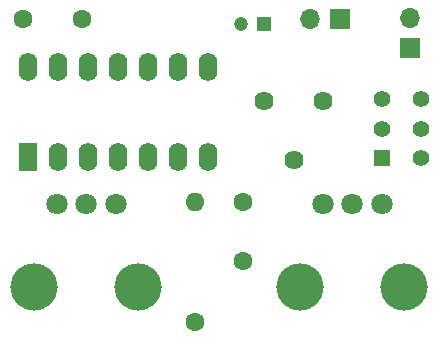
<source format=gbr>
%TF.GenerationSoftware,KiCad,Pcbnew,(6.0.5)*%
%TF.CreationDate,2023-09-02T14:46:17+01:00*%
%TF.ProjectId,AtariPunkConsole,41746172-6950-4756-9e6b-436f6e736f6c,rev?*%
%TF.SameCoordinates,Original*%
%TF.FileFunction,Soldermask,Top*%
%TF.FilePolarity,Negative*%
%FSLAX46Y46*%
G04 Gerber Fmt 4.6, Leading zero omitted, Abs format (unit mm)*
G04 Created by KiCad (PCBNEW (6.0.5)) date 2023-09-02 14:46:17*
%MOMM*%
%LPD*%
G01*
G04 APERTURE LIST*
%ADD10C,4.000000*%
%ADD11C,1.800000*%
%ADD12R,1.400000X1.400000*%
%ADD13C,1.400000*%
%ADD14R,1.600000X2.400000*%
%ADD15O,1.600000X2.400000*%
%ADD16R,1.700000X1.700000*%
%ADD17O,1.700000X1.700000*%
%ADD18C,1.600000*%
%ADD19O,1.600000X1.600000*%
%ADD20C,1.620000*%
%ADD21R,1.200000X1.200000*%
%ADD22C,1.200000*%
G04 APERTURE END LIST*
D10*
%TO.C,RV2*%
X153070000Y-114740000D03*
X144270000Y-114740000D03*
D11*
X146170000Y-107740000D03*
X148670000Y-107740000D03*
X151170000Y-107740000D03*
%TD*%
D12*
%TO.C,S1*%
X151160000Y-103877500D03*
D13*
X151160000Y-101377500D03*
X151160000Y-98877500D03*
X154460000Y-103877500D03*
X154460000Y-101377500D03*
X154460000Y-98877500D03*
%TD*%
D14*
%TO.C,U1*%
X121215000Y-103775000D03*
D15*
X123755000Y-103775000D03*
X126295000Y-103775000D03*
X128835000Y-103775000D03*
X131375000Y-103775000D03*
X133915000Y-103775000D03*
X136455000Y-103775000D03*
X136455000Y-96155000D03*
X133915000Y-96155000D03*
X131375000Y-96155000D03*
X128835000Y-96155000D03*
X126295000Y-96155000D03*
X123755000Y-96155000D03*
X121215000Y-96155000D03*
%TD*%
D16*
%TO.C,BT1*%
X153600000Y-94505000D03*
D17*
X153600000Y-91965000D03*
%TD*%
D18*
%TO.C,R2*%
X135390000Y-117770000D03*
D19*
X135390000Y-107610000D03*
%TD*%
D20*
%TO.C,RV3*%
X141240000Y-99010000D03*
X143740000Y-104010000D03*
X146240000Y-99010000D03*
%TD*%
D16*
%TO.C,LS1*%
X147665000Y-92100000D03*
D17*
X145125000Y-92100000D03*
%TD*%
D18*
%TO.C,C2*%
X120820000Y-92050000D03*
X125820000Y-92050000D03*
%TD*%
%TO.C,C1*%
X139410000Y-112610000D03*
X139410000Y-107610000D03*
%TD*%
D10*
%TO.C,RV1*%
X121740000Y-114780000D03*
X130540000Y-114780000D03*
D11*
X123640000Y-107780000D03*
X126140000Y-107780000D03*
X128640000Y-107780000D03*
%TD*%
D21*
%TO.C,C3*%
X141242600Y-92540000D03*
D22*
X139242600Y-92540000D03*
%TD*%
M02*

</source>
